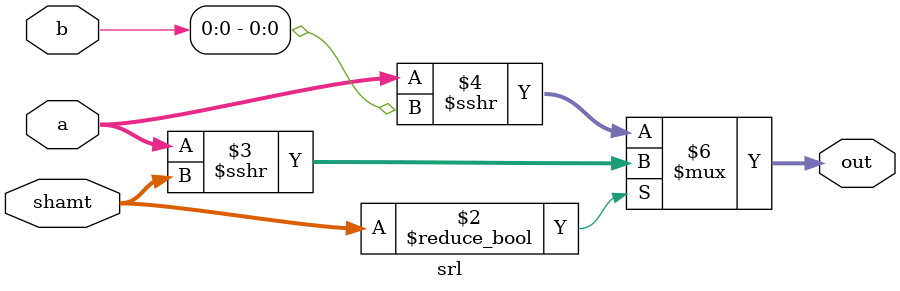
<source format=v>
`timescale 1ns / 1ps


module srl(a,b,shamt,out);
    input signed [31:0] a;
    input signed [31:0] b;
    input signed [4:0] shamt;
    output reg signed [31:0] out;

    always @(a or b or shamt) begin
        if (shamt)
            out = a >>> shamt;
        else
            out = a >>> b[0];
    end
endmodule 

</source>
